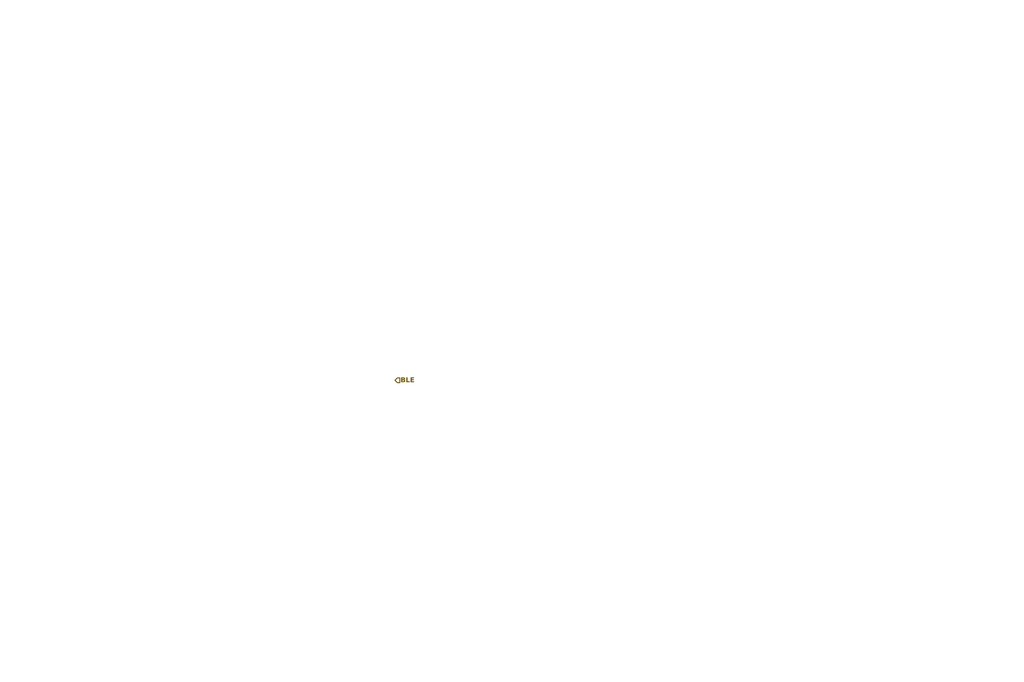
<source format=kicad_sch>
(kicad_sch
	(version 20240101)
	(generator "eeschema")
	(generator_version "8.99")
	(uuid "50644320-b1c8-4d2e-8c9f-a1ffd7c346bc")
	(paper "User" 270 180)
	(lib_symbols)
	(hierarchical_label "BLE"
		(shape input)
		(at 104.14 100.33 0)
		(fields_autoplaced yes)
		(effects
			(font
				(face "JetBrains Mono")
				(size 1.27 1.27)
				(thickness 0.254)
				(bold yes)
			)
			(justify left)
		)
		(uuid "4effd4a5-7b3d-4bf2-af89-d4cb94979183")
	)
)
</source>
